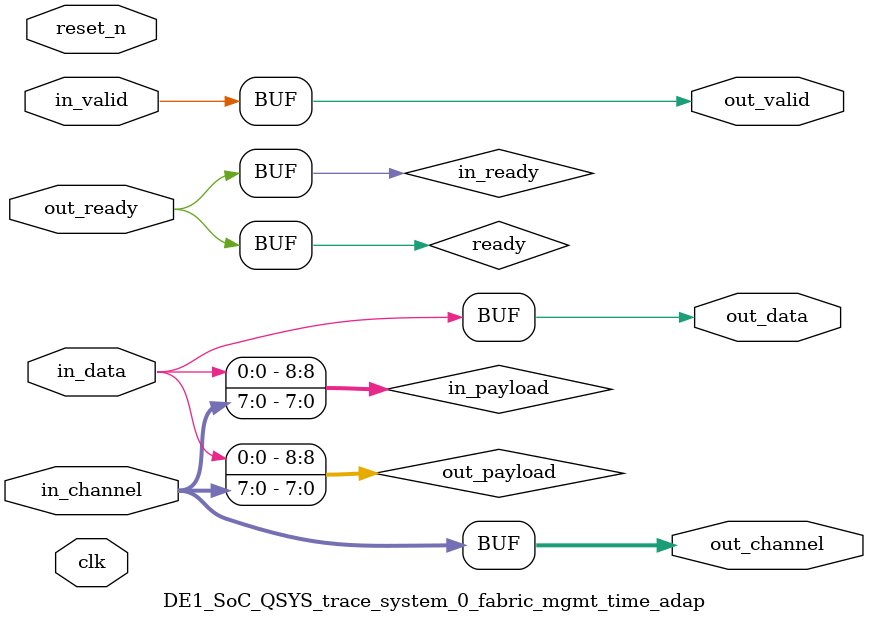
<source format=v>

`timescale 1ns / 100ps
module DE1_SoC_QSYS_trace_system_0_fabric_mgmt_time_adap (
    
      // Interface: clk
      input              clk,
      // Interface: reset
      input              reset_n,
      // Interface: in
      input              in_valid,
      input              in_data,
      input      [ 7: 0] in_channel,
      // Interface: out
      output reg         out_valid,
      output reg         out_data,
      output reg [ 7: 0] out_channel,
      input              out_ready
);




   // ---------------------------------------------------------------------
   //| Signal Declarations
   // ---------------------------------------------------------------------

   reg  [ 8: 0] in_payload;
   reg  [ 8: 0] out_payload;
   reg  [ 0: 0] ready;
   reg          in_ready;
   // synthesis translate_off
   always @(negedge in_ready) begin
      $display("%m: The downstream component is backpressuring by deasserting ready, but the upstream component can't be backpressured.");
   end
   // synthesis translate_on   


   // ---------------------------------------------------------------------
   //| Payload Mapping
   // ---------------------------------------------------------------------
   always @* begin
     in_payload = {in_data,in_channel};
     {out_data,out_channel} = out_payload;
   end

   // ---------------------------------------------------------------------
   //| Ready & valid signals.
   // ---------------------------------------------------------------------
   always @* begin
     ready[0] = out_ready;
     out_valid = in_valid;
     out_payload = in_payload;
     in_ready = ready[0];
   end




endmodule


</source>
